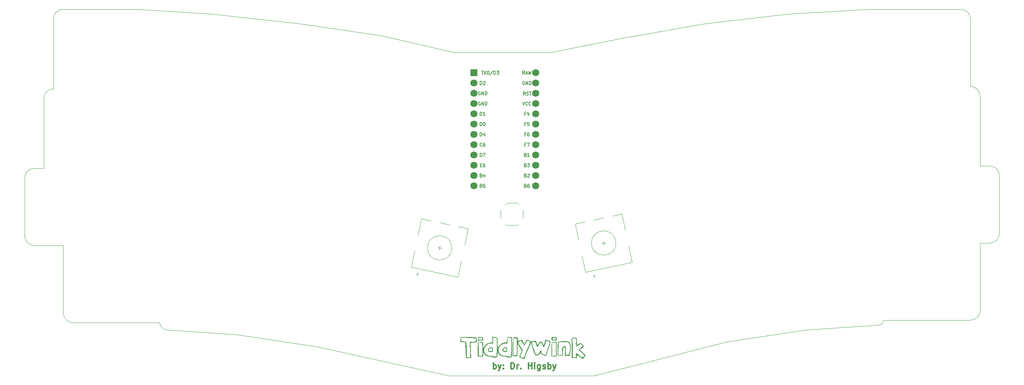
<source format=gbr>
%TF.GenerationSoftware,KiCad,Pcbnew,7.0.6*%
%TF.CreationDate,2023-09-29T23:10:54-04:00*%
%TF.ProjectId,tiddlywink,74696464-6c79-4776-996e-6b2e6b696361,rev?*%
%TF.SameCoordinates,Original*%
%TF.FileFunction,Legend,Top*%
%TF.FilePolarity,Positive*%
%FSLAX46Y46*%
G04 Gerber Fmt 4.6, Leading zero omitted, Abs format (unit mm)*
G04 Created by KiCad (PCBNEW 7.0.6) date 2023-09-29 23:10:54*
%MOMM*%
%LPD*%
G01*
G04 APERTURE LIST*
%ADD10C,0.300000*%
%ADD11C,0.150000*%
%ADD12C,0.120000*%
%ADD13R,1.752600X1.752600*%
%ADD14C,1.752600*%
%TA.AperFunction,Profile*%
%ADD15C,0.100000*%
%TD*%
G04 APERTURE END LIST*
D10*
X132311566Y-106644042D02*
X132311566Y-105144042D01*
X132311566Y-105715471D02*
X132454424Y-105644042D01*
X132454424Y-105644042D02*
X132740138Y-105644042D01*
X132740138Y-105644042D02*
X132882995Y-105715471D01*
X132882995Y-105715471D02*
X132954424Y-105786899D01*
X132954424Y-105786899D02*
X133025852Y-105929756D01*
X133025852Y-105929756D02*
X133025852Y-106358328D01*
X133025852Y-106358328D02*
X132954424Y-106501185D01*
X132954424Y-106501185D02*
X132882995Y-106572614D01*
X132882995Y-106572614D02*
X132740138Y-106644042D01*
X132740138Y-106644042D02*
X132454424Y-106644042D01*
X132454424Y-106644042D02*
X132311566Y-106572614D01*
X133525852Y-105644042D02*
X133882995Y-106644042D01*
X134240138Y-105644042D02*
X133882995Y-106644042D01*
X133882995Y-106644042D02*
X133740138Y-107001185D01*
X133740138Y-107001185D02*
X133668709Y-107072614D01*
X133668709Y-107072614D02*
X133525852Y-107144042D01*
X134811566Y-106501185D02*
X134882995Y-106572614D01*
X134882995Y-106572614D02*
X134811566Y-106644042D01*
X134811566Y-106644042D02*
X134740138Y-106572614D01*
X134740138Y-106572614D02*
X134811566Y-106501185D01*
X134811566Y-106501185D02*
X134811566Y-106644042D01*
X134811566Y-105715471D02*
X134882995Y-105786899D01*
X134882995Y-105786899D02*
X134811566Y-105858328D01*
X134811566Y-105858328D02*
X134740138Y-105786899D01*
X134740138Y-105786899D02*
X134811566Y-105715471D01*
X134811566Y-105715471D02*
X134811566Y-105858328D01*
X136668709Y-106644042D02*
X136668709Y-105144042D01*
X136668709Y-105144042D02*
X137025852Y-105144042D01*
X137025852Y-105144042D02*
X137240138Y-105215471D01*
X137240138Y-105215471D02*
X137382995Y-105358328D01*
X137382995Y-105358328D02*
X137454424Y-105501185D01*
X137454424Y-105501185D02*
X137525852Y-105786899D01*
X137525852Y-105786899D02*
X137525852Y-106001185D01*
X137525852Y-106001185D02*
X137454424Y-106286899D01*
X137454424Y-106286899D02*
X137382995Y-106429756D01*
X137382995Y-106429756D02*
X137240138Y-106572614D01*
X137240138Y-106572614D02*
X137025852Y-106644042D01*
X137025852Y-106644042D02*
X136668709Y-106644042D01*
X138168709Y-106644042D02*
X138168709Y-105644042D01*
X138168709Y-105929756D02*
X138240138Y-105786899D01*
X138240138Y-105786899D02*
X138311567Y-105715471D01*
X138311567Y-105715471D02*
X138454424Y-105644042D01*
X138454424Y-105644042D02*
X138597281Y-105644042D01*
X139097280Y-106501185D02*
X139168709Y-106572614D01*
X139168709Y-106572614D02*
X139097280Y-106644042D01*
X139097280Y-106644042D02*
X139025852Y-106572614D01*
X139025852Y-106572614D02*
X139097280Y-106501185D01*
X139097280Y-106501185D02*
X139097280Y-106644042D01*
X140954423Y-106644042D02*
X140954423Y-105144042D01*
X140954423Y-105858328D02*
X141811566Y-105858328D01*
X141811566Y-106644042D02*
X141811566Y-105144042D01*
X142525852Y-106644042D02*
X142525852Y-105644042D01*
X142525852Y-105144042D02*
X142454424Y-105215471D01*
X142454424Y-105215471D02*
X142525852Y-105286899D01*
X142525852Y-105286899D02*
X142597281Y-105215471D01*
X142597281Y-105215471D02*
X142525852Y-105144042D01*
X142525852Y-105144042D02*
X142525852Y-105286899D01*
X143882996Y-105644042D02*
X143882996Y-106858328D01*
X143882996Y-106858328D02*
X143811567Y-107001185D01*
X143811567Y-107001185D02*
X143740138Y-107072614D01*
X143740138Y-107072614D02*
X143597281Y-107144042D01*
X143597281Y-107144042D02*
X143382996Y-107144042D01*
X143382996Y-107144042D02*
X143240138Y-107072614D01*
X143882996Y-106572614D02*
X143740138Y-106644042D01*
X143740138Y-106644042D02*
X143454424Y-106644042D01*
X143454424Y-106644042D02*
X143311567Y-106572614D01*
X143311567Y-106572614D02*
X143240138Y-106501185D01*
X143240138Y-106501185D02*
X143168710Y-106358328D01*
X143168710Y-106358328D02*
X143168710Y-105929756D01*
X143168710Y-105929756D02*
X143240138Y-105786899D01*
X143240138Y-105786899D02*
X143311567Y-105715471D01*
X143311567Y-105715471D02*
X143454424Y-105644042D01*
X143454424Y-105644042D02*
X143740138Y-105644042D01*
X143740138Y-105644042D02*
X143882996Y-105715471D01*
X144525853Y-106572614D02*
X144668710Y-106644042D01*
X144668710Y-106644042D02*
X144954424Y-106644042D01*
X144954424Y-106644042D02*
X145097281Y-106572614D01*
X145097281Y-106572614D02*
X145168710Y-106429756D01*
X145168710Y-106429756D02*
X145168710Y-106358328D01*
X145168710Y-106358328D02*
X145097281Y-106215471D01*
X145097281Y-106215471D02*
X144954424Y-106144042D01*
X144954424Y-106144042D02*
X144740139Y-106144042D01*
X144740139Y-106144042D02*
X144597281Y-106072614D01*
X144597281Y-106072614D02*
X144525853Y-105929756D01*
X144525853Y-105929756D02*
X144525853Y-105858328D01*
X144525853Y-105858328D02*
X144597281Y-105715471D01*
X144597281Y-105715471D02*
X144740139Y-105644042D01*
X144740139Y-105644042D02*
X144954424Y-105644042D01*
X144954424Y-105644042D02*
X145097281Y-105715471D01*
X145811567Y-106644042D02*
X145811567Y-105144042D01*
X145811567Y-105715471D02*
X145954425Y-105644042D01*
X145954425Y-105644042D02*
X146240139Y-105644042D01*
X146240139Y-105644042D02*
X146382996Y-105715471D01*
X146382996Y-105715471D02*
X146454425Y-105786899D01*
X146454425Y-105786899D02*
X146525853Y-105929756D01*
X146525853Y-105929756D02*
X146525853Y-106358328D01*
X146525853Y-106358328D02*
X146454425Y-106501185D01*
X146454425Y-106501185D02*
X146382996Y-106572614D01*
X146382996Y-106572614D02*
X146240139Y-106644042D01*
X146240139Y-106644042D02*
X145954425Y-106644042D01*
X145954425Y-106644042D02*
X145811567Y-106572614D01*
X147025853Y-105644042D02*
X147382996Y-106644042D01*
X147740139Y-105644042D02*
X147382996Y-106644042D01*
X147382996Y-106644042D02*
X147240139Y-107001185D01*
X147240139Y-107001185D02*
X147168710Y-107072614D01*
X147168710Y-107072614D02*
X147025853Y-107144042D01*
D11*
X129084575Y-46614933D02*
X129084575Y-45814933D01*
X129084575Y-45814933D02*
X129275051Y-45814933D01*
X129275051Y-45814933D02*
X129389337Y-45853028D01*
X129389337Y-45853028D02*
X129465527Y-45929218D01*
X129465527Y-45929218D02*
X129503622Y-46005409D01*
X129503622Y-46005409D02*
X129541718Y-46157790D01*
X129541718Y-46157790D02*
X129541718Y-46272076D01*
X129541718Y-46272076D02*
X129503622Y-46424457D01*
X129503622Y-46424457D02*
X129465527Y-46500647D01*
X129465527Y-46500647D02*
X129389337Y-46576838D01*
X129389337Y-46576838D02*
X129275051Y-46614933D01*
X129275051Y-46614933D02*
X129084575Y-46614933D01*
X130036956Y-45814933D02*
X130113146Y-45814933D01*
X130113146Y-45814933D02*
X130189337Y-45853028D01*
X130189337Y-45853028D02*
X130227432Y-45891123D01*
X130227432Y-45891123D02*
X130265527Y-45967314D01*
X130265527Y-45967314D02*
X130303622Y-46119695D01*
X130303622Y-46119695D02*
X130303622Y-46310171D01*
X130303622Y-46310171D02*
X130265527Y-46462552D01*
X130265527Y-46462552D02*
X130227432Y-46538742D01*
X130227432Y-46538742D02*
X130189337Y-46576838D01*
X130189337Y-46576838D02*
X130113146Y-46614933D01*
X130113146Y-46614933D02*
X130036956Y-46614933D01*
X130036956Y-46614933D02*
X129960765Y-46576838D01*
X129960765Y-46576838D02*
X129922670Y-46538742D01*
X129922670Y-46538742D02*
X129884575Y-46462552D01*
X129884575Y-46462552D02*
X129846479Y-46310171D01*
X129846479Y-46310171D02*
X129846479Y-46119695D01*
X129846479Y-46119695D02*
X129884575Y-45967314D01*
X129884575Y-45967314D02*
X129922670Y-45891123D01*
X129922670Y-45891123D02*
X129960765Y-45853028D01*
X129960765Y-45853028D02*
X130036956Y-45814933D01*
X140273241Y-53815885D02*
X140387527Y-53853980D01*
X140387527Y-53853980D02*
X140425622Y-53892076D01*
X140425622Y-53892076D02*
X140463718Y-53968266D01*
X140463718Y-53968266D02*
X140463718Y-54082552D01*
X140463718Y-54082552D02*
X140425622Y-54158742D01*
X140425622Y-54158742D02*
X140387527Y-54196838D01*
X140387527Y-54196838D02*
X140311337Y-54234933D01*
X140311337Y-54234933D02*
X140006575Y-54234933D01*
X140006575Y-54234933D02*
X140006575Y-53434933D01*
X140006575Y-53434933D02*
X140273241Y-53434933D01*
X140273241Y-53434933D02*
X140349432Y-53473028D01*
X140349432Y-53473028D02*
X140387527Y-53511123D01*
X140387527Y-53511123D02*
X140425622Y-53587314D01*
X140425622Y-53587314D02*
X140425622Y-53663504D01*
X140425622Y-53663504D02*
X140387527Y-53739695D01*
X140387527Y-53739695D02*
X140349432Y-53777790D01*
X140349432Y-53777790D02*
X140273241Y-53815885D01*
X140273241Y-53815885D02*
X140006575Y-53815885D01*
X141225622Y-54234933D02*
X140768479Y-54234933D01*
X140997051Y-54234933D02*
X140997051Y-53434933D01*
X140997051Y-53434933D02*
X140920860Y-53549218D01*
X140920860Y-53549218D02*
X140844670Y-53625409D01*
X140844670Y-53625409D02*
X140768479Y-53663504D01*
X140273241Y-58895885D02*
X140387527Y-58933980D01*
X140387527Y-58933980D02*
X140425622Y-58972076D01*
X140425622Y-58972076D02*
X140463718Y-59048266D01*
X140463718Y-59048266D02*
X140463718Y-59162552D01*
X140463718Y-59162552D02*
X140425622Y-59238742D01*
X140425622Y-59238742D02*
X140387527Y-59276838D01*
X140387527Y-59276838D02*
X140311337Y-59314933D01*
X140311337Y-59314933D02*
X140006575Y-59314933D01*
X140006575Y-59314933D02*
X140006575Y-58514933D01*
X140006575Y-58514933D02*
X140273241Y-58514933D01*
X140273241Y-58514933D02*
X140349432Y-58553028D01*
X140349432Y-58553028D02*
X140387527Y-58591123D01*
X140387527Y-58591123D02*
X140425622Y-58667314D01*
X140425622Y-58667314D02*
X140425622Y-58743504D01*
X140425622Y-58743504D02*
X140387527Y-58819695D01*
X140387527Y-58819695D02*
X140349432Y-58857790D01*
X140349432Y-58857790D02*
X140273241Y-58895885D01*
X140273241Y-58895885D02*
X140006575Y-58895885D01*
X140768479Y-58591123D02*
X140806575Y-58553028D01*
X140806575Y-58553028D02*
X140882765Y-58514933D01*
X140882765Y-58514933D02*
X141073241Y-58514933D01*
X141073241Y-58514933D02*
X141149432Y-58553028D01*
X141149432Y-58553028D02*
X141187527Y-58591123D01*
X141187527Y-58591123D02*
X141225622Y-58667314D01*
X141225622Y-58667314D02*
X141225622Y-58743504D01*
X141225622Y-58743504D02*
X141187527Y-58857790D01*
X141187527Y-58857790D02*
X140730384Y-59314933D01*
X140730384Y-59314933D02*
X141225622Y-59314933D01*
X140330384Y-43655885D02*
X140063718Y-43655885D01*
X140063718Y-44074933D02*
X140063718Y-43274933D01*
X140063718Y-43274933D02*
X140444670Y-43274933D01*
X141092289Y-43541599D02*
X141092289Y-44074933D01*
X140901813Y-43236838D02*
X140711336Y-43808266D01*
X140711336Y-43808266D02*
X141206575Y-43808266D01*
X129084575Y-44074933D02*
X129084575Y-43274933D01*
X129084575Y-43274933D02*
X129275051Y-43274933D01*
X129275051Y-43274933D02*
X129389337Y-43313028D01*
X129389337Y-43313028D02*
X129465527Y-43389218D01*
X129465527Y-43389218D02*
X129503622Y-43465409D01*
X129503622Y-43465409D02*
X129541718Y-43617790D01*
X129541718Y-43617790D02*
X129541718Y-43732076D01*
X129541718Y-43732076D02*
X129503622Y-43884457D01*
X129503622Y-43884457D02*
X129465527Y-43960647D01*
X129465527Y-43960647D02*
X129389337Y-44036838D01*
X129389337Y-44036838D02*
X129275051Y-44074933D01*
X129275051Y-44074933D02*
X129084575Y-44074933D01*
X130303622Y-44074933D02*
X129846479Y-44074933D01*
X130075051Y-44074933D02*
X130075051Y-43274933D01*
X130075051Y-43274933D02*
X129998860Y-43389218D01*
X129998860Y-43389218D02*
X129922670Y-43465409D01*
X129922670Y-43465409D02*
X129846479Y-43503504D01*
X129084575Y-36454933D02*
X129084575Y-35654933D01*
X129084575Y-35654933D02*
X129275051Y-35654933D01*
X129275051Y-35654933D02*
X129389337Y-35693028D01*
X129389337Y-35693028D02*
X129465527Y-35769218D01*
X129465527Y-35769218D02*
X129503622Y-35845409D01*
X129503622Y-35845409D02*
X129541718Y-35997790D01*
X129541718Y-35997790D02*
X129541718Y-36112076D01*
X129541718Y-36112076D02*
X129503622Y-36264457D01*
X129503622Y-36264457D02*
X129465527Y-36340647D01*
X129465527Y-36340647D02*
X129389337Y-36416838D01*
X129389337Y-36416838D02*
X129275051Y-36454933D01*
X129275051Y-36454933D02*
X129084575Y-36454933D01*
X129846479Y-35731123D02*
X129884575Y-35693028D01*
X129884575Y-35693028D02*
X129960765Y-35654933D01*
X129960765Y-35654933D02*
X130151241Y-35654933D01*
X130151241Y-35654933D02*
X130227432Y-35693028D01*
X130227432Y-35693028D02*
X130265527Y-35731123D01*
X130265527Y-35731123D02*
X130303622Y-35807314D01*
X130303622Y-35807314D02*
X130303622Y-35883504D01*
X130303622Y-35883504D02*
X130265527Y-35997790D01*
X130265527Y-35997790D02*
X129808384Y-36454933D01*
X129808384Y-36454933D02*
X130303622Y-36454933D01*
X140044670Y-33914933D02*
X139778003Y-33533980D01*
X139587527Y-33914933D02*
X139587527Y-33114933D01*
X139587527Y-33114933D02*
X139892289Y-33114933D01*
X139892289Y-33114933D02*
X139968479Y-33153028D01*
X139968479Y-33153028D02*
X140006574Y-33191123D01*
X140006574Y-33191123D02*
X140044670Y-33267314D01*
X140044670Y-33267314D02*
X140044670Y-33381599D01*
X140044670Y-33381599D02*
X140006574Y-33457790D01*
X140006574Y-33457790D02*
X139968479Y-33495885D01*
X139968479Y-33495885D02*
X139892289Y-33533980D01*
X139892289Y-33533980D02*
X139587527Y-33533980D01*
X140349431Y-33686361D02*
X140730384Y-33686361D01*
X140273241Y-33914933D02*
X140539908Y-33114933D01*
X140539908Y-33114933D02*
X140806574Y-33914933D01*
X140997050Y-33114933D02*
X141187526Y-33914933D01*
X141187526Y-33914933D02*
X141339907Y-33343504D01*
X141339907Y-33343504D02*
X141492288Y-33914933D01*
X141492288Y-33914933D02*
X141682765Y-33114933D01*
X129351241Y-61435885D02*
X129465527Y-61473980D01*
X129465527Y-61473980D02*
X129503622Y-61512076D01*
X129503622Y-61512076D02*
X129541718Y-61588266D01*
X129541718Y-61588266D02*
X129541718Y-61702552D01*
X129541718Y-61702552D02*
X129503622Y-61778742D01*
X129503622Y-61778742D02*
X129465527Y-61816838D01*
X129465527Y-61816838D02*
X129389337Y-61854933D01*
X129389337Y-61854933D02*
X129084575Y-61854933D01*
X129084575Y-61854933D02*
X129084575Y-61054933D01*
X129084575Y-61054933D02*
X129351241Y-61054933D01*
X129351241Y-61054933D02*
X129427432Y-61093028D01*
X129427432Y-61093028D02*
X129465527Y-61131123D01*
X129465527Y-61131123D02*
X129503622Y-61207314D01*
X129503622Y-61207314D02*
X129503622Y-61283504D01*
X129503622Y-61283504D02*
X129465527Y-61359695D01*
X129465527Y-61359695D02*
X129427432Y-61397790D01*
X129427432Y-61397790D02*
X129351241Y-61435885D01*
X129351241Y-61435885D02*
X129084575Y-61435885D01*
X130265527Y-61054933D02*
X129884575Y-61054933D01*
X129884575Y-61054933D02*
X129846479Y-61435885D01*
X129846479Y-61435885D02*
X129884575Y-61397790D01*
X129884575Y-61397790D02*
X129960765Y-61359695D01*
X129960765Y-61359695D02*
X130151241Y-61359695D01*
X130151241Y-61359695D02*
X130227432Y-61397790D01*
X130227432Y-61397790D02*
X130265527Y-61435885D01*
X130265527Y-61435885D02*
X130303622Y-61512076D01*
X130303622Y-61512076D02*
X130303622Y-61702552D01*
X130303622Y-61702552D02*
X130265527Y-61778742D01*
X130265527Y-61778742D02*
X130227432Y-61816838D01*
X130227432Y-61816838D02*
X130151241Y-61854933D01*
X130151241Y-61854933D02*
X129960765Y-61854933D01*
X129960765Y-61854933D02*
X129884575Y-61816838D01*
X129884575Y-61816838D02*
X129846479Y-61778742D01*
X129084575Y-54234933D02*
X129084575Y-53434933D01*
X129084575Y-53434933D02*
X129275051Y-53434933D01*
X129275051Y-53434933D02*
X129389337Y-53473028D01*
X129389337Y-53473028D02*
X129465527Y-53549218D01*
X129465527Y-53549218D02*
X129503622Y-53625409D01*
X129503622Y-53625409D02*
X129541718Y-53777790D01*
X129541718Y-53777790D02*
X129541718Y-53892076D01*
X129541718Y-53892076D02*
X129503622Y-54044457D01*
X129503622Y-54044457D02*
X129465527Y-54120647D01*
X129465527Y-54120647D02*
X129389337Y-54196838D01*
X129389337Y-54196838D02*
X129275051Y-54234933D01*
X129275051Y-54234933D02*
X129084575Y-54234933D01*
X129808384Y-53434933D02*
X130341718Y-53434933D01*
X130341718Y-53434933D02*
X129998860Y-54234933D01*
X140330384Y-51275885D02*
X140063718Y-51275885D01*
X140063718Y-51694933D02*
X140063718Y-50894933D01*
X140063718Y-50894933D02*
X140444670Y-50894933D01*
X140673241Y-50894933D02*
X141206575Y-50894933D01*
X141206575Y-50894933D02*
X140863717Y-51694933D01*
X140330384Y-46195885D02*
X140063718Y-46195885D01*
X140063718Y-46614933D02*
X140063718Y-45814933D01*
X140063718Y-45814933D02*
X140444670Y-45814933D01*
X141130384Y-45814933D02*
X140749432Y-45814933D01*
X140749432Y-45814933D02*
X140711336Y-46195885D01*
X140711336Y-46195885D02*
X140749432Y-46157790D01*
X140749432Y-46157790D02*
X140825622Y-46119695D01*
X140825622Y-46119695D02*
X141016098Y-46119695D01*
X141016098Y-46119695D02*
X141092289Y-46157790D01*
X141092289Y-46157790D02*
X141130384Y-46195885D01*
X141130384Y-46195885D02*
X141168479Y-46272076D01*
X141168479Y-46272076D02*
X141168479Y-46462552D01*
X141168479Y-46462552D02*
X141130384Y-46538742D01*
X141130384Y-46538742D02*
X141092289Y-46576838D01*
X141092289Y-46576838D02*
X141016098Y-46614933D01*
X141016098Y-46614933D02*
X140825622Y-46614933D01*
X140825622Y-46614933D02*
X140749432Y-46576838D01*
X140749432Y-46576838D02*
X140711336Y-46538742D01*
X140273241Y-61435885D02*
X140387527Y-61473980D01*
X140387527Y-61473980D02*
X140425622Y-61512076D01*
X140425622Y-61512076D02*
X140463718Y-61588266D01*
X140463718Y-61588266D02*
X140463718Y-61702552D01*
X140463718Y-61702552D02*
X140425622Y-61778742D01*
X140425622Y-61778742D02*
X140387527Y-61816838D01*
X140387527Y-61816838D02*
X140311337Y-61854933D01*
X140311337Y-61854933D02*
X140006575Y-61854933D01*
X140006575Y-61854933D02*
X140006575Y-61054933D01*
X140006575Y-61054933D02*
X140273241Y-61054933D01*
X140273241Y-61054933D02*
X140349432Y-61093028D01*
X140349432Y-61093028D02*
X140387527Y-61131123D01*
X140387527Y-61131123D02*
X140425622Y-61207314D01*
X140425622Y-61207314D02*
X140425622Y-61283504D01*
X140425622Y-61283504D02*
X140387527Y-61359695D01*
X140387527Y-61359695D02*
X140349432Y-61397790D01*
X140349432Y-61397790D02*
X140273241Y-61435885D01*
X140273241Y-61435885D02*
X140006575Y-61435885D01*
X141149432Y-61054933D02*
X140997051Y-61054933D01*
X140997051Y-61054933D02*
X140920860Y-61093028D01*
X140920860Y-61093028D02*
X140882765Y-61131123D01*
X140882765Y-61131123D02*
X140806575Y-61245409D01*
X140806575Y-61245409D02*
X140768479Y-61397790D01*
X140768479Y-61397790D02*
X140768479Y-61702552D01*
X140768479Y-61702552D02*
X140806575Y-61778742D01*
X140806575Y-61778742D02*
X140844670Y-61816838D01*
X140844670Y-61816838D02*
X140920860Y-61854933D01*
X140920860Y-61854933D02*
X141073241Y-61854933D01*
X141073241Y-61854933D02*
X141149432Y-61816838D01*
X141149432Y-61816838D02*
X141187527Y-61778742D01*
X141187527Y-61778742D02*
X141225622Y-61702552D01*
X141225622Y-61702552D02*
X141225622Y-61512076D01*
X141225622Y-61512076D02*
X141187527Y-61435885D01*
X141187527Y-61435885D02*
X141149432Y-61397790D01*
X141149432Y-61397790D02*
X141073241Y-61359695D01*
X141073241Y-61359695D02*
X140920860Y-61359695D01*
X140920860Y-61359695D02*
X140844670Y-61397790D01*
X140844670Y-61397790D02*
X140806575Y-61435885D01*
X140806575Y-61435885D02*
X140768479Y-61512076D01*
X129351241Y-58895885D02*
X129465527Y-58933980D01*
X129465527Y-58933980D02*
X129503622Y-58972076D01*
X129503622Y-58972076D02*
X129541718Y-59048266D01*
X129541718Y-59048266D02*
X129541718Y-59162552D01*
X129541718Y-59162552D02*
X129503622Y-59238742D01*
X129503622Y-59238742D02*
X129465527Y-59276838D01*
X129465527Y-59276838D02*
X129389337Y-59314933D01*
X129389337Y-59314933D02*
X129084575Y-59314933D01*
X129084575Y-59314933D02*
X129084575Y-58514933D01*
X129084575Y-58514933D02*
X129351241Y-58514933D01*
X129351241Y-58514933D02*
X129427432Y-58553028D01*
X129427432Y-58553028D02*
X129465527Y-58591123D01*
X129465527Y-58591123D02*
X129503622Y-58667314D01*
X129503622Y-58667314D02*
X129503622Y-58743504D01*
X129503622Y-58743504D02*
X129465527Y-58819695D01*
X129465527Y-58819695D02*
X129427432Y-58857790D01*
X129427432Y-58857790D02*
X129351241Y-58895885D01*
X129351241Y-58895885D02*
X129084575Y-58895885D01*
X130227432Y-58781599D02*
X130227432Y-59314933D01*
X130036956Y-58476838D02*
X129846479Y-59048266D01*
X129846479Y-59048266D02*
X130341718Y-59048266D01*
X139987527Y-35693028D02*
X139911337Y-35654933D01*
X139911337Y-35654933D02*
X139797051Y-35654933D01*
X139797051Y-35654933D02*
X139682765Y-35693028D01*
X139682765Y-35693028D02*
X139606575Y-35769218D01*
X139606575Y-35769218D02*
X139568480Y-35845409D01*
X139568480Y-35845409D02*
X139530384Y-35997790D01*
X139530384Y-35997790D02*
X139530384Y-36112076D01*
X139530384Y-36112076D02*
X139568480Y-36264457D01*
X139568480Y-36264457D02*
X139606575Y-36340647D01*
X139606575Y-36340647D02*
X139682765Y-36416838D01*
X139682765Y-36416838D02*
X139797051Y-36454933D01*
X139797051Y-36454933D02*
X139873242Y-36454933D01*
X139873242Y-36454933D02*
X139987527Y-36416838D01*
X139987527Y-36416838D02*
X140025623Y-36378742D01*
X140025623Y-36378742D02*
X140025623Y-36112076D01*
X140025623Y-36112076D02*
X139873242Y-36112076D01*
X140368480Y-36454933D02*
X140368480Y-35654933D01*
X140368480Y-35654933D02*
X140825623Y-36454933D01*
X140825623Y-36454933D02*
X140825623Y-35654933D01*
X141206575Y-36454933D02*
X141206575Y-35654933D01*
X141206575Y-35654933D02*
X141397051Y-35654933D01*
X141397051Y-35654933D02*
X141511337Y-35693028D01*
X141511337Y-35693028D02*
X141587527Y-35769218D01*
X141587527Y-35769218D02*
X141625622Y-35845409D01*
X141625622Y-35845409D02*
X141663718Y-35997790D01*
X141663718Y-35997790D02*
X141663718Y-36112076D01*
X141663718Y-36112076D02*
X141625622Y-36264457D01*
X141625622Y-36264457D02*
X141587527Y-36340647D01*
X141587527Y-36340647D02*
X141511337Y-36416838D01*
X141511337Y-36416838D02*
X141397051Y-36454933D01*
X141397051Y-36454933D02*
X141206575Y-36454933D01*
X140273241Y-56355885D02*
X140387527Y-56393980D01*
X140387527Y-56393980D02*
X140425622Y-56432076D01*
X140425622Y-56432076D02*
X140463718Y-56508266D01*
X140463718Y-56508266D02*
X140463718Y-56622552D01*
X140463718Y-56622552D02*
X140425622Y-56698742D01*
X140425622Y-56698742D02*
X140387527Y-56736838D01*
X140387527Y-56736838D02*
X140311337Y-56774933D01*
X140311337Y-56774933D02*
X140006575Y-56774933D01*
X140006575Y-56774933D02*
X140006575Y-55974933D01*
X140006575Y-55974933D02*
X140273241Y-55974933D01*
X140273241Y-55974933D02*
X140349432Y-56013028D01*
X140349432Y-56013028D02*
X140387527Y-56051123D01*
X140387527Y-56051123D02*
X140425622Y-56127314D01*
X140425622Y-56127314D02*
X140425622Y-56203504D01*
X140425622Y-56203504D02*
X140387527Y-56279695D01*
X140387527Y-56279695D02*
X140349432Y-56317790D01*
X140349432Y-56317790D02*
X140273241Y-56355885D01*
X140273241Y-56355885D02*
X140006575Y-56355885D01*
X140730384Y-55974933D02*
X141225622Y-55974933D01*
X141225622Y-55974933D02*
X140958956Y-56279695D01*
X140958956Y-56279695D02*
X141073241Y-56279695D01*
X141073241Y-56279695D02*
X141149432Y-56317790D01*
X141149432Y-56317790D02*
X141187527Y-56355885D01*
X141187527Y-56355885D02*
X141225622Y-56432076D01*
X141225622Y-56432076D02*
X141225622Y-56622552D01*
X141225622Y-56622552D02*
X141187527Y-56698742D01*
X141187527Y-56698742D02*
X141149432Y-56736838D01*
X141149432Y-56736838D02*
X141073241Y-56774933D01*
X141073241Y-56774933D02*
X140844670Y-56774933D01*
X140844670Y-56774933D02*
X140768479Y-56736838D01*
X140768479Y-56736838D02*
X140730384Y-56698742D01*
X129065527Y-40773028D02*
X128989337Y-40734933D01*
X128989337Y-40734933D02*
X128875051Y-40734933D01*
X128875051Y-40734933D02*
X128760765Y-40773028D01*
X128760765Y-40773028D02*
X128684575Y-40849218D01*
X128684575Y-40849218D02*
X128646480Y-40925409D01*
X128646480Y-40925409D02*
X128608384Y-41077790D01*
X128608384Y-41077790D02*
X128608384Y-41192076D01*
X128608384Y-41192076D02*
X128646480Y-41344457D01*
X128646480Y-41344457D02*
X128684575Y-41420647D01*
X128684575Y-41420647D02*
X128760765Y-41496838D01*
X128760765Y-41496838D02*
X128875051Y-41534933D01*
X128875051Y-41534933D02*
X128951242Y-41534933D01*
X128951242Y-41534933D02*
X129065527Y-41496838D01*
X129065527Y-41496838D02*
X129103623Y-41458742D01*
X129103623Y-41458742D02*
X129103623Y-41192076D01*
X129103623Y-41192076D02*
X128951242Y-41192076D01*
X129446480Y-41534933D02*
X129446480Y-40734933D01*
X129446480Y-40734933D02*
X129903623Y-41534933D01*
X129903623Y-41534933D02*
X129903623Y-40734933D01*
X130284575Y-41534933D02*
X130284575Y-40734933D01*
X130284575Y-40734933D02*
X130475051Y-40734933D01*
X130475051Y-40734933D02*
X130589337Y-40773028D01*
X130589337Y-40773028D02*
X130665527Y-40849218D01*
X130665527Y-40849218D02*
X130703622Y-40925409D01*
X130703622Y-40925409D02*
X130741718Y-41077790D01*
X130741718Y-41077790D02*
X130741718Y-41192076D01*
X130741718Y-41192076D02*
X130703622Y-41344457D01*
X130703622Y-41344457D02*
X130665527Y-41420647D01*
X130665527Y-41420647D02*
X130589337Y-41496838D01*
X130589337Y-41496838D02*
X130475051Y-41534933D01*
X130475051Y-41534933D02*
X130284575Y-41534933D01*
X129065527Y-38233028D02*
X128989337Y-38194933D01*
X128989337Y-38194933D02*
X128875051Y-38194933D01*
X128875051Y-38194933D02*
X128760765Y-38233028D01*
X128760765Y-38233028D02*
X128684575Y-38309218D01*
X128684575Y-38309218D02*
X128646480Y-38385409D01*
X128646480Y-38385409D02*
X128608384Y-38537790D01*
X128608384Y-38537790D02*
X128608384Y-38652076D01*
X128608384Y-38652076D02*
X128646480Y-38804457D01*
X128646480Y-38804457D02*
X128684575Y-38880647D01*
X128684575Y-38880647D02*
X128760765Y-38956838D01*
X128760765Y-38956838D02*
X128875051Y-38994933D01*
X128875051Y-38994933D02*
X128951242Y-38994933D01*
X128951242Y-38994933D02*
X129065527Y-38956838D01*
X129065527Y-38956838D02*
X129103623Y-38918742D01*
X129103623Y-38918742D02*
X129103623Y-38652076D01*
X129103623Y-38652076D02*
X128951242Y-38652076D01*
X129446480Y-38994933D02*
X129446480Y-38194933D01*
X129446480Y-38194933D02*
X129903623Y-38994933D01*
X129903623Y-38994933D02*
X129903623Y-38194933D01*
X130284575Y-38994933D02*
X130284575Y-38194933D01*
X130284575Y-38194933D02*
X130475051Y-38194933D01*
X130475051Y-38194933D02*
X130589337Y-38233028D01*
X130589337Y-38233028D02*
X130665527Y-38309218D01*
X130665527Y-38309218D02*
X130703622Y-38385409D01*
X130703622Y-38385409D02*
X130741718Y-38537790D01*
X130741718Y-38537790D02*
X130741718Y-38652076D01*
X130741718Y-38652076D02*
X130703622Y-38804457D01*
X130703622Y-38804457D02*
X130665527Y-38880647D01*
X130665527Y-38880647D02*
X130589337Y-38956838D01*
X130589337Y-38956838D02*
X130475051Y-38994933D01*
X130475051Y-38994933D02*
X130284575Y-38994933D01*
X140330384Y-48735885D02*
X140063718Y-48735885D01*
X140063718Y-49154933D02*
X140063718Y-48354933D01*
X140063718Y-48354933D02*
X140444670Y-48354933D01*
X141092289Y-48354933D02*
X140939908Y-48354933D01*
X140939908Y-48354933D02*
X140863717Y-48393028D01*
X140863717Y-48393028D02*
X140825622Y-48431123D01*
X140825622Y-48431123D02*
X140749432Y-48545409D01*
X140749432Y-48545409D02*
X140711336Y-48697790D01*
X140711336Y-48697790D02*
X140711336Y-49002552D01*
X140711336Y-49002552D02*
X140749432Y-49078742D01*
X140749432Y-49078742D02*
X140787527Y-49116838D01*
X140787527Y-49116838D02*
X140863717Y-49154933D01*
X140863717Y-49154933D02*
X141016098Y-49154933D01*
X141016098Y-49154933D02*
X141092289Y-49116838D01*
X141092289Y-49116838D02*
X141130384Y-49078742D01*
X141130384Y-49078742D02*
X141168479Y-49002552D01*
X141168479Y-49002552D02*
X141168479Y-48812076D01*
X141168479Y-48812076D02*
X141130384Y-48735885D01*
X141130384Y-48735885D02*
X141092289Y-48697790D01*
X141092289Y-48697790D02*
X141016098Y-48659695D01*
X141016098Y-48659695D02*
X140863717Y-48659695D01*
X140863717Y-48659695D02*
X140787527Y-48697790D01*
X140787527Y-48697790D02*
X140749432Y-48735885D01*
X140749432Y-48735885D02*
X140711336Y-48812076D01*
X129541718Y-51618742D02*
X129503622Y-51656838D01*
X129503622Y-51656838D02*
X129389337Y-51694933D01*
X129389337Y-51694933D02*
X129313146Y-51694933D01*
X129313146Y-51694933D02*
X129198860Y-51656838D01*
X129198860Y-51656838D02*
X129122670Y-51580647D01*
X129122670Y-51580647D02*
X129084575Y-51504457D01*
X129084575Y-51504457D02*
X129046479Y-51352076D01*
X129046479Y-51352076D02*
X129046479Y-51237790D01*
X129046479Y-51237790D02*
X129084575Y-51085409D01*
X129084575Y-51085409D02*
X129122670Y-51009218D01*
X129122670Y-51009218D02*
X129198860Y-50933028D01*
X129198860Y-50933028D02*
X129313146Y-50894933D01*
X129313146Y-50894933D02*
X129389337Y-50894933D01*
X129389337Y-50894933D02*
X129503622Y-50933028D01*
X129503622Y-50933028D02*
X129541718Y-50971123D01*
X130227432Y-50894933D02*
X130075051Y-50894933D01*
X130075051Y-50894933D02*
X129998860Y-50933028D01*
X129998860Y-50933028D02*
X129960765Y-50971123D01*
X129960765Y-50971123D02*
X129884575Y-51085409D01*
X129884575Y-51085409D02*
X129846479Y-51237790D01*
X129846479Y-51237790D02*
X129846479Y-51542552D01*
X129846479Y-51542552D02*
X129884575Y-51618742D01*
X129884575Y-51618742D02*
X129922670Y-51656838D01*
X129922670Y-51656838D02*
X129998860Y-51694933D01*
X129998860Y-51694933D02*
X130151241Y-51694933D01*
X130151241Y-51694933D02*
X130227432Y-51656838D01*
X130227432Y-51656838D02*
X130265527Y-51618742D01*
X130265527Y-51618742D02*
X130303622Y-51542552D01*
X130303622Y-51542552D02*
X130303622Y-51352076D01*
X130303622Y-51352076D02*
X130265527Y-51275885D01*
X130265527Y-51275885D02*
X130227432Y-51237790D01*
X130227432Y-51237790D02*
X130151241Y-51199695D01*
X130151241Y-51199695D02*
X129998860Y-51199695D01*
X129998860Y-51199695D02*
X129922670Y-51237790D01*
X129922670Y-51237790D02*
X129884575Y-51275885D01*
X129884575Y-51275885D02*
X129846479Y-51352076D01*
X140197956Y-39084933D02*
X139931289Y-38703980D01*
X139740813Y-39084933D02*
X139740813Y-38284933D01*
X139740813Y-38284933D02*
X140045575Y-38284933D01*
X140045575Y-38284933D02*
X140121765Y-38323028D01*
X140121765Y-38323028D02*
X140159860Y-38361123D01*
X140159860Y-38361123D02*
X140197956Y-38437314D01*
X140197956Y-38437314D02*
X140197956Y-38551599D01*
X140197956Y-38551599D02*
X140159860Y-38627790D01*
X140159860Y-38627790D02*
X140121765Y-38665885D01*
X140121765Y-38665885D02*
X140045575Y-38703980D01*
X140045575Y-38703980D02*
X139740813Y-38703980D01*
X140502717Y-39046838D02*
X140617003Y-39084933D01*
X140617003Y-39084933D02*
X140807479Y-39084933D01*
X140807479Y-39084933D02*
X140883670Y-39046838D01*
X140883670Y-39046838D02*
X140921765Y-39008742D01*
X140921765Y-39008742D02*
X140959860Y-38932552D01*
X140959860Y-38932552D02*
X140959860Y-38856361D01*
X140959860Y-38856361D02*
X140921765Y-38780171D01*
X140921765Y-38780171D02*
X140883670Y-38742076D01*
X140883670Y-38742076D02*
X140807479Y-38703980D01*
X140807479Y-38703980D02*
X140655098Y-38665885D01*
X140655098Y-38665885D02*
X140578908Y-38627790D01*
X140578908Y-38627790D02*
X140540813Y-38589695D01*
X140540813Y-38589695D02*
X140502717Y-38513504D01*
X140502717Y-38513504D02*
X140502717Y-38437314D01*
X140502717Y-38437314D02*
X140540813Y-38361123D01*
X140540813Y-38361123D02*
X140578908Y-38323028D01*
X140578908Y-38323028D02*
X140655098Y-38284933D01*
X140655098Y-38284933D02*
X140845575Y-38284933D01*
X140845575Y-38284933D02*
X140959860Y-38323028D01*
X141188432Y-38284933D02*
X141645575Y-38284933D01*
X141417003Y-39084933D02*
X141417003Y-38284933D01*
X129373702Y-33114933D02*
X129830845Y-33114933D01*
X129602273Y-33914933D02*
X129602273Y-33114933D01*
X130021321Y-33114933D02*
X130554655Y-33914933D01*
X130554655Y-33114933D02*
X130021321Y-33914933D01*
X131011798Y-33114933D02*
X131087988Y-33114933D01*
X131087988Y-33114933D02*
X131164179Y-33153028D01*
X131164179Y-33153028D02*
X131202274Y-33191123D01*
X131202274Y-33191123D02*
X131240369Y-33267314D01*
X131240369Y-33267314D02*
X131278464Y-33419695D01*
X131278464Y-33419695D02*
X131278464Y-33610171D01*
X131278464Y-33610171D02*
X131240369Y-33762552D01*
X131240369Y-33762552D02*
X131202274Y-33838742D01*
X131202274Y-33838742D02*
X131164179Y-33876838D01*
X131164179Y-33876838D02*
X131087988Y-33914933D01*
X131087988Y-33914933D02*
X131011798Y-33914933D01*
X131011798Y-33914933D02*
X130935607Y-33876838D01*
X130935607Y-33876838D02*
X130897512Y-33838742D01*
X130897512Y-33838742D02*
X130859417Y-33762552D01*
X130859417Y-33762552D02*
X130821321Y-33610171D01*
X130821321Y-33610171D02*
X130821321Y-33419695D01*
X130821321Y-33419695D02*
X130859417Y-33267314D01*
X130859417Y-33267314D02*
X130897512Y-33191123D01*
X130897512Y-33191123D02*
X130935607Y-33153028D01*
X130935607Y-33153028D02*
X131011798Y-33114933D01*
X132192750Y-33076838D02*
X131507036Y-34105409D01*
X132459417Y-33914933D02*
X132459417Y-33114933D01*
X132459417Y-33114933D02*
X132649893Y-33114933D01*
X132649893Y-33114933D02*
X132764179Y-33153028D01*
X132764179Y-33153028D02*
X132840369Y-33229218D01*
X132840369Y-33229218D02*
X132878464Y-33305409D01*
X132878464Y-33305409D02*
X132916560Y-33457790D01*
X132916560Y-33457790D02*
X132916560Y-33572076D01*
X132916560Y-33572076D02*
X132878464Y-33724457D01*
X132878464Y-33724457D02*
X132840369Y-33800647D01*
X132840369Y-33800647D02*
X132764179Y-33876838D01*
X132764179Y-33876838D02*
X132649893Y-33914933D01*
X132649893Y-33914933D02*
X132459417Y-33914933D01*
X133183226Y-33114933D02*
X133678464Y-33114933D01*
X133678464Y-33114933D02*
X133411798Y-33419695D01*
X133411798Y-33419695D02*
X133526083Y-33419695D01*
X133526083Y-33419695D02*
X133602274Y-33457790D01*
X133602274Y-33457790D02*
X133640369Y-33495885D01*
X133640369Y-33495885D02*
X133678464Y-33572076D01*
X133678464Y-33572076D02*
X133678464Y-33762552D01*
X133678464Y-33762552D02*
X133640369Y-33838742D01*
X133640369Y-33838742D02*
X133602274Y-33876838D01*
X133602274Y-33876838D02*
X133526083Y-33914933D01*
X133526083Y-33914933D02*
X133297512Y-33914933D01*
X133297512Y-33914933D02*
X133221321Y-33876838D01*
X133221321Y-33876838D02*
X133183226Y-33838742D01*
X129084575Y-49154933D02*
X129084575Y-48354933D01*
X129084575Y-48354933D02*
X129275051Y-48354933D01*
X129275051Y-48354933D02*
X129389337Y-48393028D01*
X129389337Y-48393028D02*
X129465527Y-48469218D01*
X129465527Y-48469218D02*
X129503622Y-48545409D01*
X129503622Y-48545409D02*
X129541718Y-48697790D01*
X129541718Y-48697790D02*
X129541718Y-48812076D01*
X129541718Y-48812076D02*
X129503622Y-48964457D01*
X129503622Y-48964457D02*
X129465527Y-49040647D01*
X129465527Y-49040647D02*
X129389337Y-49116838D01*
X129389337Y-49116838D02*
X129275051Y-49154933D01*
X129275051Y-49154933D02*
X129084575Y-49154933D01*
X130227432Y-48621599D02*
X130227432Y-49154933D01*
X130036956Y-48316838D02*
X129846479Y-48888266D01*
X129846479Y-48888266D02*
X130341718Y-48888266D01*
X129122670Y-56355885D02*
X129389336Y-56355885D01*
X129503622Y-56774933D02*
X129122670Y-56774933D01*
X129122670Y-56774933D02*
X129122670Y-55974933D01*
X129122670Y-55974933D02*
X129503622Y-55974933D01*
X130189337Y-55974933D02*
X130036956Y-55974933D01*
X130036956Y-55974933D02*
X129960765Y-56013028D01*
X129960765Y-56013028D02*
X129922670Y-56051123D01*
X129922670Y-56051123D02*
X129846480Y-56165409D01*
X129846480Y-56165409D02*
X129808384Y-56317790D01*
X129808384Y-56317790D02*
X129808384Y-56622552D01*
X129808384Y-56622552D02*
X129846480Y-56698742D01*
X129846480Y-56698742D02*
X129884575Y-56736838D01*
X129884575Y-56736838D02*
X129960765Y-56774933D01*
X129960765Y-56774933D02*
X130113146Y-56774933D01*
X130113146Y-56774933D02*
X130189337Y-56736838D01*
X130189337Y-56736838D02*
X130227432Y-56698742D01*
X130227432Y-56698742D02*
X130265527Y-56622552D01*
X130265527Y-56622552D02*
X130265527Y-56432076D01*
X130265527Y-56432076D02*
X130227432Y-56355885D01*
X130227432Y-56355885D02*
X130189337Y-56317790D01*
X130189337Y-56317790D02*
X130113146Y-56279695D01*
X130113146Y-56279695D02*
X129960765Y-56279695D01*
X129960765Y-56279695D02*
X129884575Y-56317790D01*
X129884575Y-56317790D02*
X129846480Y-56355885D01*
X129846480Y-56355885D02*
X129808384Y-56432076D01*
X139530384Y-40734933D02*
X139797051Y-41534933D01*
X139797051Y-41534933D02*
X140063717Y-40734933D01*
X140787527Y-41458742D02*
X140749431Y-41496838D01*
X140749431Y-41496838D02*
X140635146Y-41534933D01*
X140635146Y-41534933D02*
X140558955Y-41534933D01*
X140558955Y-41534933D02*
X140444669Y-41496838D01*
X140444669Y-41496838D02*
X140368479Y-41420647D01*
X140368479Y-41420647D02*
X140330384Y-41344457D01*
X140330384Y-41344457D02*
X140292288Y-41192076D01*
X140292288Y-41192076D02*
X140292288Y-41077790D01*
X140292288Y-41077790D02*
X140330384Y-40925409D01*
X140330384Y-40925409D02*
X140368479Y-40849218D01*
X140368479Y-40849218D02*
X140444669Y-40773028D01*
X140444669Y-40773028D02*
X140558955Y-40734933D01*
X140558955Y-40734933D02*
X140635146Y-40734933D01*
X140635146Y-40734933D02*
X140749431Y-40773028D01*
X140749431Y-40773028D02*
X140787527Y-40811123D01*
X141587527Y-41458742D02*
X141549431Y-41496838D01*
X141549431Y-41496838D02*
X141435146Y-41534933D01*
X141435146Y-41534933D02*
X141358955Y-41534933D01*
X141358955Y-41534933D02*
X141244669Y-41496838D01*
X141244669Y-41496838D02*
X141168479Y-41420647D01*
X141168479Y-41420647D02*
X141130384Y-41344457D01*
X141130384Y-41344457D02*
X141092288Y-41192076D01*
X141092288Y-41192076D02*
X141092288Y-41077790D01*
X141092288Y-41077790D02*
X141130384Y-40925409D01*
X141130384Y-40925409D02*
X141168479Y-40849218D01*
X141168479Y-40849218D02*
X141244669Y-40773028D01*
X141244669Y-40773028D02*
X141358955Y-40734933D01*
X141358955Y-40734933D02*
X141435146Y-40734933D01*
X141435146Y-40734933D02*
X141549431Y-40773028D01*
X141549431Y-40773028D02*
X141587527Y-40811123D01*
D12*
%TO.C,RST1*%
X134171990Y-67460995D02*
X134171990Y-69460995D01*
X135221990Y-66160995D02*
X135671990Y-65710995D01*
X135221990Y-70760995D02*
X135671990Y-71210995D01*
X135671990Y-65710995D02*
X138171990Y-65710995D01*
X135671990Y-71210995D02*
X138171990Y-71210995D01*
X138621990Y-66160995D02*
X138171990Y-65710995D01*
X138621990Y-70760995D02*
X138171990Y-71210995D01*
X139671990Y-67460995D02*
X139671990Y-69460995D01*
%TO.C, *%
G36*
X147946908Y-101830214D02*
G01*
X147969726Y-103671714D01*
X147311908Y-103671806D01*
X146654091Y-103671898D01*
X146656423Y-103511230D01*
X146865757Y-103511230D01*
X147310257Y-103485638D01*
X147754757Y-103460047D01*
X147800747Y-100200381D01*
X146865757Y-100200381D01*
X146865757Y-103511230D01*
X146656423Y-103511230D01*
X146680170Y-101874782D01*
X146688612Y-101342694D01*
X146697460Y-100871813D01*
X146706133Y-100487004D01*
X146714051Y-100213126D01*
X146720631Y-100075042D01*
X146722503Y-100063401D01*
X146808435Y-100052382D01*
X147019168Y-100036838D01*
X147310349Y-100020008D01*
X147331424Y-100018925D01*
X147924091Y-99988714D01*
X147946908Y-101830214D01*
G37*
G36*
X129170424Y-98832904D02*
G01*
X129453166Y-98849776D01*
X129656440Y-98865136D01*
X129734238Y-98875237D01*
X129747785Y-98959046D01*
X129766472Y-99156153D01*
X129775165Y-99269047D01*
X129802611Y-99650047D01*
X129185628Y-99675015D01*
X128568644Y-99699983D01*
X128593371Y-99269047D01*
X128747091Y-99269047D01*
X128756339Y-99419409D01*
X128813206Y-99494389D01*
X128961371Y-99520195D01*
X129170424Y-99523047D01*
X129421027Y-99517498D01*
X129545993Y-99483378D01*
X129589004Y-99394479D01*
X129593757Y-99269047D01*
X129584508Y-99118685D01*
X129527641Y-99043705D01*
X129379476Y-99017899D01*
X129170424Y-99015047D01*
X128919821Y-99020596D01*
X128794854Y-99054717D01*
X128751844Y-99143616D01*
X128747091Y-99269047D01*
X128593371Y-99269047D01*
X128594367Y-99251682D01*
X128620091Y-98803381D01*
X129170424Y-98832904D01*
G37*
G36*
X147100794Y-98810677D02*
G01*
X147394924Y-98825801D01*
X147966424Y-98865440D01*
X147966424Y-99692381D01*
X147387868Y-99692381D01*
X147089123Y-99684668D01*
X146861115Y-99664443D01*
X146753011Y-99636077D01*
X146752868Y-99635936D01*
X146715292Y-99519308D01*
X146698714Y-99311298D01*
X146699413Y-99269047D01*
X146950424Y-99269047D01*
X146961468Y-99425236D01*
X147025238Y-99499212D01*
X147187688Y-99521611D01*
X147331424Y-99523047D01*
X147565707Y-99515684D01*
X147676671Y-99473171D01*
X147710270Y-99364871D01*
X147712424Y-99269047D01*
X147701379Y-99112859D01*
X147637609Y-99038883D01*
X147475160Y-99016483D01*
X147331424Y-99015047D01*
X147097141Y-99022410D01*
X146986177Y-99064923D01*
X146952578Y-99173223D01*
X146950424Y-99269047D01*
X146699413Y-99269047D01*
X146702545Y-99079899D01*
X146726196Y-98893104D01*
X146759924Y-98820934D01*
X146871025Y-98808828D01*
X147100794Y-98810677D01*
G37*
G36*
X135557245Y-101383618D02*
G01*
X135683782Y-101449070D01*
X135748703Y-101554039D01*
X135772043Y-101748531D01*
X135774424Y-101925669D01*
X135767927Y-102193138D01*
X135732025Y-102342342D01*
X135642103Y-102424281D01*
X135507790Y-102478098D01*
X135258669Y-102552417D01*
X135081523Y-102556019D01*
X134893558Y-102486901D01*
X134843091Y-102462019D01*
X134662285Y-102287210D01*
X134592146Y-102034933D01*
X134594929Y-102017191D01*
X134768619Y-102017191D01*
X134792822Y-102199899D01*
X134886920Y-102284021D01*
X135099944Y-102305913D01*
X135202149Y-102300787D01*
X135429085Y-102275057D01*
X135537653Y-102212067D01*
X135578665Y-102067383D01*
X135588705Y-101962751D01*
X135584131Y-101732472D01*
X135504073Y-101600181D01*
X135429965Y-101551947D01*
X135215758Y-101519001D01*
X135007936Y-101612199D01*
X134845792Y-101791583D01*
X134768619Y-102017191D01*
X134594929Y-102017191D01*
X134635544Y-101758307D01*
X134791869Y-101513905D01*
X135030308Y-101343014D01*
X135292110Y-101311872D01*
X135557245Y-101383618D01*
G37*
G36*
X131934493Y-101373636D02*
G01*
X131956495Y-101382430D01*
X132110971Y-101460060D01*
X132188642Y-101562338D01*
X132215651Y-101743849D01*
X132218424Y-101929310D01*
X132211210Y-102189387D01*
X132170966Y-102333801D01*
X132069790Y-102416146D01*
X131937246Y-102469372D01*
X131703530Y-102544676D01*
X131541551Y-102556521D01*
X131366833Y-102506799D01*
X131307569Y-102483488D01*
X131125660Y-102348328D01*
X131021353Y-102198096D01*
X130973625Y-102021792D01*
X130976142Y-102011958D01*
X131205414Y-102011958D01*
X131232969Y-102189858D01*
X131346639Y-102278461D01*
X131558579Y-102316957D01*
X131803228Y-102298064D01*
X131915166Y-102265655D01*
X132020959Y-102146574D01*
X132053682Y-101945578D01*
X132016331Y-101732039D01*
X131911900Y-101575330D01*
X131884596Y-101557637D01*
X131657255Y-101516964D01*
X131441809Y-101604807D01*
X131277962Y-101782645D01*
X131205414Y-102011958D01*
X130976142Y-102011958D01*
X131020073Y-101840285D01*
X131090014Y-101709255D01*
X131323536Y-101437898D01*
X131608862Y-101324579D01*
X131934493Y-101373636D01*
G37*
G36*
X124603479Y-98789212D02*
G01*
X124955795Y-98794098D01*
X125404304Y-98802804D01*
X125924647Y-98814952D01*
X126191866Y-98821871D01*
X126826293Y-98838379D01*
X127311906Y-98854864D01*
X127669047Y-98879088D01*
X127918057Y-98918816D01*
X128079276Y-98981813D01*
X128173047Y-99075841D01*
X128219709Y-99208665D01*
X128239603Y-99388049D01*
X128252213Y-99608284D01*
X128281424Y-100073381D01*
X126693772Y-100229771D01*
X126746706Y-101421576D01*
X126767959Y-101927754D01*
X126787491Y-102443014D01*
X126803231Y-102909436D01*
X126813107Y-103269100D01*
X126813565Y-103290714D01*
X126827489Y-103968047D01*
X126192016Y-103992534D01*
X125556542Y-104017021D01*
X125501098Y-102680201D01*
X125481280Y-102162116D01*
X125464553Y-101648236D01*
X125452313Y-101187401D01*
X125445956Y-100828451D01*
X125445373Y-100729547D01*
X125445091Y-100115714D01*
X125000591Y-100114558D01*
X124702432Y-100103637D01*
X124445044Y-100077175D01*
X124354617Y-100059480D01*
X124250507Y-100022423D01*
X124195042Y-99954957D01*
X124179241Y-99817115D01*
X124194124Y-99568932D01*
X124208548Y-99409427D01*
X124238568Y-99113054D01*
X124263344Y-98910869D01*
X124429091Y-98910869D01*
X124429091Y-99832904D01*
X125656757Y-99988714D01*
X125707861Y-101893714D01*
X125723094Y-102443036D01*
X125737620Y-102932609D01*
X125750639Y-103338113D01*
X125761352Y-103635232D01*
X125768958Y-103799645D01*
X125771361Y-103824519D01*
X125854871Y-103834701D01*
X126053273Y-103831552D01*
X126185924Y-103824519D01*
X126588091Y-103798714D01*
X126587907Y-102994381D01*
X126584228Y-102575646D01*
X126574397Y-102058625D01*
X126559989Y-101514185D01*
X126545574Y-101089381D01*
X126503424Y-99988714D01*
X127286591Y-99964370D01*
X128069757Y-99940026D01*
X128068461Y-99625703D01*
X128051808Y-99392919D01*
X128012606Y-99230598D01*
X128004961Y-99216590D01*
X127894916Y-99174442D01*
X127631506Y-99134627D01*
X127230699Y-99098900D01*
X126708461Y-99069014D01*
X126630424Y-99065561D01*
X126134901Y-99042347D01*
X125661362Y-99016610D01*
X125253104Y-98990950D01*
X124953426Y-98967966D01*
X124873591Y-98960097D01*
X124429091Y-98910869D01*
X124263344Y-98910869D01*
X124265534Y-98892999D01*
X124283945Y-98793754D01*
X124284846Y-98792403D01*
X124371710Y-98788521D01*
X124603479Y-98789212D01*
G37*
G36*
X150705916Y-99902651D02*
G01*
X151039513Y-100110533D01*
X151295080Y-100460399D01*
X151390027Y-100767825D01*
X151429562Y-101204180D01*
X151415374Y-101738978D01*
X151349150Y-102341732D01*
X151232579Y-102981957D01*
X151132526Y-103396547D01*
X151041231Y-103449229D01*
X150835871Y-103485339D01*
X150571047Y-103503324D01*
X150301360Y-103501630D01*
X150081411Y-103478706D01*
X149965801Y-103432997D01*
X149963559Y-103429798D01*
X149952324Y-103312954D01*
X149969150Y-103084467D01*
X150000405Y-102858298D01*
X150060691Y-102388509D01*
X150084738Y-101961279D01*
X150073522Y-101607550D01*
X150028018Y-101358262D01*
X149949525Y-101244479D01*
X149790883Y-101228125D01*
X149670874Y-101326077D01*
X149584203Y-101551955D01*
X149525577Y-101919380D01*
X149490424Y-102425521D01*
X149448091Y-103375381D01*
X148863817Y-103400707D01*
X148559711Y-103402713D01*
X148321870Y-103383709D01*
X148201321Y-103347801D01*
X148200858Y-103347348D01*
X148182720Y-103257230D01*
X148389757Y-103257230D01*
X148834257Y-103231638D01*
X149278757Y-103206047D01*
X149250072Y-102684181D01*
X149252029Y-102211200D01*
X149304877Y-101773855D01*
X149400249Y-101410288D01*
X149529778Y-101158640D01*
X149599787Y-101090078D01*
X149855419Y-100973842D01*
X150060262Y-101011525D01*
X150172382Y-101140356D01*
X150221157Y-101325283D01*
X150250605Y-101631033D01*
X150259909Y-102010113D01*
X150248252Y-102415026D01*
X150214818Y-102798277D01*
X150202452Y-102888547D01*
X150148530Y-103248381D01*
X150535164Y-103248381D01*
X150774681Y-103239725D01*
X150901711Y-103188478D01*
X150973037Y-103056719D01*
X151010582Y-102930881D01*
X151142046Y-102367257D01*
X151225835Y-101808632D01*
X151254522Y-101313792D01*
X151243658Y-101085556D01*
X151145094Y-100624005D01*
X150953685Y-100302333D01*
X150660551Y-100113367D01*
X150256815Y-100049937D01*
X149981618Y-100066284D01*
X149629638Y-100095101D01*
X149226575Y-100111076D01*
X149015957Y-100112243D01*
X148499157Y-100106034D01*
X148445193Y-100555374D01*
X148424401Y-100814970D01*
X148407201Y-101193920D01*
X148395328Y-101642250D01*
X148390516Y-102109992D01*
X148390493Y-102130972D01*
X148389757Y-103257230D01*
X148182720Y-103257230D01*
X148179625Y-103241855D01*
X148168053Y-102999852D01*
X148165106Y-102653827D01*
X148169745Y-102236264D01*
X148180931Y-101779651D01*
X148197628Y-101316473D01*
X148218797Y-100879215D01*
X148243401Y-100500365D01*
X148270400Y-100212408D01*
X148298758Y-100047830D01*
X148306912Y-100028100D01*
X148416894Y-99977778D01*
X148661327Y-99929871D01*
X149005330Y-99887849D01*
X149414025Y-99855186D01*
X149852530Y-99835355D01*
X150279210Y-99831736D01*
X150705916Y-99902651D01*
G37*
G36*
X152715009Y-98973286D02*
G01*
X152855440Y-99077373D01*
X152929270Y-99277265D01*
X152957623Y-99599244D01*
X152961757Y-99957674D01*
X152961757Y-100809676D01*
X153236924Y-100627459D01*
X153542169Y-100430860D01*
X153751050Y-100329540D01*
X153907984Y-100324683D01*
X154057389Y-100417471D01*
X154243681Y-100609087D01*
X154285657Y-100655378D01*
X154475606Y-100879869D01*
X154607563Y-101063958D01*
X154651263Y-101161072D01*
X154582308Y-101251445D01*
X154404717Y-101396430D01*
X154156185Y-101565423D01*
X154143263Y-101573522D01*
X153893629Y-101738142D01*
X153713343Y-101873715D01*
X153639400Y-101952279D01*
X153639153Y-101954522D01*
X153701219Y-102031383D01*
X153869296Y-102188552D01*
X154116282Y-102401677D01*
X154358819Y-102601220D01*
X154650086Y-102840974D01*
X154884784Y-103043276D01*
X155035876Y-103184228D01*
X155078424Y-103237350D01*
X155030724Y-103356735D01*
X154910067Y-103550806D01*
X154750116Y-103774511D01*
X154584535Y-103982802D01*
X154446989Y-104130628D01*
X154377674Y-104175114D01*
X154267490Y-104124163D01*
X154061840Y-103992023D01*
X153797650Y-103803085D01*
X153681424Y-103715204D01*
X153409426Y-103510823D01*
X153187447Y-103352525D01*
X153049802Y-103264421D01*
X153025257Y-103254137D01*
X152987579Y-103326239D01*
X152964819Y-103515484D01*
X152961757Y-103632942D01*
X152961757Y-104017503D01*
X152324824Y-103992775D01*
X151687890Y-103968047D01*
X151684459Y-101470381D01*
X151681171Y-99077117D01*
X151858372Y-99077117D01*
X151880898Y-101437915D01*
X151903424Y-103798714D01*
X152305591Y-103824519D01*
X152707757Y-103850325D01*
X152707757Y-103337686D01*
X152729614Y-103006638D01*
X152796177Y-102837724D01*
X152908930Y-102829351D01*
X153056521Y-102964213D01*
X153177671Y-103076277D01*
X153397346Y-103250858D01*
X153673994Y-103455332D01*
X153757073Y-103514247D01*
X154063366Y-103721868D01*
X154270738Y-103827887D01*
X154415781Y-103832241D01*
X154535087Y-103734868D01*
X154665246Y-103535705D01*
X154678809Y-103512674D01*
X154829527Y-103255948D01*
X154108257Y-102680664D01*
X153814321Y-102434428D01*
X153577952Y-102213976D01*
X153426870Y-102046606D01*
X153386038Y-101969481D01*
X153450856Y-101857361D01*
X153622599Y-101688260D01*
X153865698Y-101496678D01*
X153894911Y-101475963D01*
X154404731Y-101118345D01*
X154143521Y-100788541D01*
X153882312Y-100458737D01*
X153603163Y-100647059D01*
X153354576Y-100816698D01*
X153122467Y-100978003D01*
X153104276Y-100990845D01*
X152937290Y-101089528D01*
X152822062Y-101098019D01*
X152751369Y-100999443D01*
X152717990Y-100776923D01*
X152714701Y-100413585D01*
X152724849Y-100104287D01*
X152738772Y-99695270D01*
X152738311Y-99426945D01*
X152720539Y-99271058D01*
X152682527Y-99199354D01*
X152629421Y-99183449D01*
X152460096Y-99169469D01*
X152217740Y-99136350D01*
X152177231Y-99129817D01*
X151858372Y-99077117D01*
X151681171Y-99077117D01*
X151681028Y-98972714D01*
X152149854Y-98947388D01*
X152486854Y-98938719D01*
X152715009Y-98973286D01*
G37*
G36*
X132705216Y-98778425D02*
G01*
X132935482Y-98790026D01*
X133106802Y-98816423D01*
X133228165Y-98879851D01*
X133308561Y-99002545D01*
X133356980Y-99206740D01*
X133382412Y-99514672D01*
X133393847Y-99948576D01*
X133399922Y-100496714D01*
X133412966Y-101766714D01*
X133556528Y-101406048D01*
X133764932Y-101028279D01*
X134059806Y-100676926D01*
X134390779Y-100406614D01*
X134562116Y-100315507D01*
X134818126Y-100245354D01*
X135137454Y-100204570D01*
X135260280Y-100200381D01*
X135682909Y-100200381D01*
X135732091Y-98803381D01*
X136256187Y-98778305D01*
X136551926Y-98771105D01*
X136726020Y-98793036D01*
X136825276Y-98855978D01*
X136878189Y-98936171D01*
X136909665Y-99057029D01*
X136931898Y-99291995D01*
X136945154Y-99652498D01*
X136949700Y-100149964D01*
X136945803Y-100795821D01*
X136936548Y-101440902D01*
X136925069Y-102049798D01*
X136912554Y-102600984D01*
X136899674Y-103072476D01*
X136887101Y-103442291D01*
X136875505Y-103688444D01*
X136865555Y-103788952D01*
X136864879Y-103790020D01*
X136770375Y-103811984D01*
X136555842Y-103842148D01*
X136300501Y-103870555D01*
X136002408Y-103893675D01*
X135829781Y-103883692D01*
X135740836Y-103833980D01*
X135707835Y-103776572D01*
X135638266Y-103692914D01*
X135490268Y-103645803D01*
X135225438Y-103625586D01*
X135097091Y-103623067D01*
X134516403Y-103555252D01*
X134053951Y-103367130D01*
X133710939Y-103059674D01*
X133488570Y-102633859D01*
X133403494Y-102251823D01*
X133396438Y-102203735D01*
X133607048Y-102203735D01*
X133713578Y-102623899D01*
X133956393Y-102982435D01*
X134319179Y-103254485D01*
X134742317Y-103406470D01*
X135072530Y-103452963D01*
X135398259Y-103461260D01*
X135525484Y-103449418D01*
X135743787Y-103426870D01*
X135840745Y-103459982D01*
X135859091Y-103533893D01*
X135896393Y-103619816D01*
X136032532Y-103661671D01*
X136270944Y-103671714D01*
X136682798Y-103671714D01*
X136744021Y-101658764D01*
X136758991Y-101072709D01*
X136767598Y-100526471D01*
X136769817Y-100048378D01*
X136765623Y-99666754D01*
X136754992Y-99409927D01*
X136746078Y-99330430D01*
X136702470Y-99141611D01*
X136630865Y-99048885D01*
X136480371Y-99018078D01*
X136276425Y-99015047D01*
X135865939Y-99015047D01*
X135841348Y-99712013D01*
X135816757Y-100408978D01*
X135302613Y-100410513D01*
X134774231Y-100488181D01*
X134325433Y-100711508D01*
X133967904Y-101071023D01*
X133713333Y-101557260D01*
X133653119Y-101746802D01*
X133607048Y-102203735D01*
X133396438Y-102203735D01*
X133377854Y-102077089D01*
X133359327Y-102023768D01*
X133346400Y-102103257D01*
X133337560Y-102326953D01*
X133331292Y-102706256D01*
X133330192Y-102803881D01*
X133319091Y-103841047D01*
X133033341Y-103841047D01*
X132739281Y-103857973D01*
X132484311Y-103893703D01*
X132279623Y-103907901D01*
X132179082Y-103833131D01*
X132168336Y-103809036D01*
X132073820Y-103716496D01*
X131861889Y-103675782D01*
X131716733Y-103671714D01*
X131151492Y-103613530D01*
X130658586Y-103448033D01*
X130263885Y-103188804D01*
X129993262Y-102849426D01*
X129942645Y-102740381D01*
X129887374Y-102614806D01*
X129862499Y-102626036D01*
X129853998Y-102788991D01*
X129853124Y-102835630D01*
X129833620Y-103131773D01*
X129794841Y-103407130D01*
X129741924Y-103671714D01*
X129096341Y-103671808D01*
X128450757Y-103671903D01*
X128453259Y-103502381D01*
X128747091Y-103502381D01*
X129569198Y-103502381D01*
X129620819Y-102888547D01*
X129637281Y-102547753D01*
X129640060Y-102273012D01*
X130044358Y-102273012D01*
X130054976Y-102359232D01*
X130190921Y-102728515D01*
X130460455Y-103042287D01*
X130832050Y-103282597D01*
X131274177Y-103431491D01*
X131755311Y-103471017D01*
X131969484Y-103449418D01*
X132187787Y-103426870D01*
X132284745Y-103459982D01*
X132303091Y-103533893D01*
X132340560Y-103619993D01*
X132477200Y-103661820D01*
X132712952Y-103671714D01*
X133122813Y-103671714D01*
X133178967Y-101738744D01*
X133192982Y-101157601D01*
X133200857Y-100610202D01*
X133202566Y-100127157D01*
X133198083Y-99739075D01*
X133187383Y-99476566D01*
X133180931Y-99410411D01*
X133126741Y-99015047D01*
X132309939Y-99015047D01*
X132260757Y-100412047D01*
X131889557Y-100388066D01*
X131380098Y-100432622D01*
X130920789Y-100617918D01*
X130534596Y-100919279D01*
X130244483Y-101312032D01*
X130073415Y-101771501D01*
X130044358Y-102273012D01*
X129640060Y-102273012D01*
X129641795Y-102101508D01*
X129634392Y-101613269D01*
X129620033Y-101237547D01*
X129567625Y-100200381D01*
X128747091Y-100200381D01*
X128747091Y-103502381D01*
X128453259Y-103502381D01*
X128476687Y-101914975D01*
X128487168Y-101385872D01*
X128501580Y-100915175D01*
X128518709Y-100528836D01*
X128537345Y-100252807D01*
X128556274Y-100113042D01*
X128561354Y-100101961D01*
X128670978Y-100068421D01*
X128897786Y-100037086D01*
X129152307Y-100017294D01*
X129473971Y-100011601D01*
X129665255Y-100041268D01*
X129762519Y-100112135D01*
X129764844Y-100115714D01*
X129802227Y-100255803D01*
X129830690Y-100516066D01*
X129845434Y-100847396D01*
X129846461Y-100950882D01*
X129847757Y-101659050D01*
X130084262Y-101206328D01*
X130405485Y-100738578D01*
X130807558Y-100418006D01*
X131299766Y-100238322D01*
X131569406Y-100200381D01*
X132091424Y-100158047D01*
X132140728Y-98753469D01*
X132705216Y-98778425D01*
G37*
G36*
X137980402Y-98914193D02*
G01*
X138014196Y-98919340D01*
X138348969Y-98974320D01*
X138324925Y-99427330D01*
X138323352Y-99670620D01*
X138344626Y-99820578D01*
X138371152Y-99846187D01*
X138573451Y-99750925D01*
X138817383Y-99640099D01*
X139052208Y-99536205D01*
X139227188Y-99461738D01*
X139290966Y-99438380D01*
X139344001Y-99506627D01*
X139456005Y-99687214D01*
X139604700Y-99943914D01*
X139635195Y-99998181D01*
X139948253Y-100557981D01*
X140220790Y-100077129D01*
X140406892Y-99755041D01*
X140546161Y-99562931D01*
X140677353Y-99484665D01*
X140839219Y-99504108D01*
X141070514Y-99605126D01*
X141200335Y-99669312D01*
X141480159Y-99803928D01*
X141671135Y-99871243D01*
X141835893Y-99879637D01*
X142037066Y-99837490D01*
X142173051Y-99799465D01*
X142442998Y-99735292D01*
X142654974Y-99707433D01*
X142734157Y-99713870D01*
X142811113Y-99811842D01*
X142907346Y-100027689D01*
X143002070Y-100314760D01*
X143002393Y-100315900D01*
X143090122Y-100587091D01*
X143171285Y-100771943D01*
X143229071Y-100832600D01*
X143231362Y-100831504D01*
X143308042Y-100737935D01*
X143431351Y-100542672D01*
X143531015Y-100367106D01*
X143673879Y-100137118D01*
X143802701Y-99984302D01*
X143868035Y-99946380D01*
X144179228Y-100023481D01*
X144423716Y-100255444D01*
X144547610Y-100490126D01*
X144648023Y-100713020D01*
X144727905Y-100853030D01*
X144754466Y-100877396D01*
X144798011Y-100802197D01*
X144872583Y-100601547D01*
X144964566Y-100313338D01*
X144998439Y-100198492D01*
X145094729Y-99883051D01*
X145179676Y-99636446D01*
X145238970Y-99499196D01*
X145250522Y-99484773D01*
X145352896Y-99492994D01*
X145567998Y-99547598D01*
X145849526Y-99636807D01*
X145853216Y-99638073D01*
X146145607Y-99745026D01*
X146313209Y-99833288D01*
X146393564Y-99932359D01*
X146424214Y-100071736D01*
X146425895Y-100088047D01*
X146405335Y-100279943D01*
X146324719Y-100605258D01*
X146190406Y-101041646D01*
X146008756Y-101566762D01*
X145991647Y-101613920D01*
X145828700Y-102068146D01*
X145683207Y-102486083D01*
X145566935Y-102832993D01*
X145491649Y-103074135D01*
X145472495Y-103146693D01*
X145411907Y-103345371D01*
X145346354Y-103457033D01*
X145343606Y-103458905D01*
X145232819Y-103457462D01*
X145010184Y-103411970D01*
X144730372Y-103334184D01*
X144437338Y-103237290D01*
X144265230Y-103151689D01*
X144171549Y-103044325D01*
X144113799Y-102882144D01*
X144104699Y-102847523D01*
X144022469Y-102528714D01*
X143839732Y-102876774D01*
X143683734Y-103117136D01*
X143510027Y-103239610D01*
X143377543Y-103275645D01*
X143119102Y-103328983D01*
X142908691Y-103381672D01*
X142823507Y-103390144D01*
X142742446Y-103351445D01*
X142656993Y-103248190D01*
X142558631Y-103062996D01*
X142438843Y-102778476D01*
X142289113Y-102377246D01*
X142100924Y-101841922D01*
X141975338Y-101476426D01*
X141586567Y-100339471D01*
X141297652Y-100968426D01*
X141050542Y-101520163D01*
X140809340Y-102083752D01*
X140587404Y-102625809D01*
X140398090Y-103112952D01*
X140254756Y-103511799D01*
X140173538Y-103777748D01*
X140101013Y-104021266D01*
X140021845Y-104139633D01*
X139901864Y-104174778D01*
X139849539Y-104175302D01*
X139644380Y-104142492D01*
X139361724Y-104063288D01*
X139182257Y-104000052D01*
X138939388Y-103889944D01*
X138777936Y-103784627D01*
X138737757Y-103726726D01*
X138769037Y-103606867D01*
X138852673Y-103373357D01*
X138973363Y-103067774D01*
X139034091Y-102921606D01*
X139165902Y-102600275D01*
X139267569Y-102335691D01*
X139323907Y-102168151D01*
X139330424Y-102135249D01*
X139286279Y-102034200D01*
X139166757Y-101825395D01*
X138991225Y-101541425D01*
X138822424Y-101280416D01*
X138314424Y-100509308D01*
X138314424Y-101996786D01*
X138312587Y-102541125D01*
X138305735Y-102939279D01*
X138291855Y-103214371D01*
X138268935Y-103389523D01*
X138234962Y-103487857D01*
X138187925Y-103532495D01*
X138180499Y-103535655D01*
X137996364Y-103572523D01*
X137737745Y-103586488D01*
X137462616Y-103579452D01*
X137228955Y-103553315D01*
X137094737Y-103509980D01*
X137085122Y-103499735D01*
X137072914Y-103394737D01*
X137066216Y-103143722D01*
X137064957Y-102769915D01*
X137069069Y-102296540D01*
X137078480Y-101746824D01*
X137092115Y-101180535D01*
X137149197Y-99090436D01*
X137298424Y-99090436D01*
X137298424Y-103342325D01*
X137696181Y-103316519D01*
X138093939Y-103290714D01*
X138098348Y-101216381D01*
X138100458Y-100223602D01*
X138452648Y-100223602D01*
X138502504Y-100342276D01*
X138630041Y-100567972D01*
X138815400Y-100869297D01*
X139038722Y-101214854D01*
X139280146Y-101573249D01*
X139519815Y-101913087D01*
X139531794Y-101929576D01*
X139537347Y-102062437D01*
X139468538Y-102327686D01*
X139330088Y-102707979D01*
X139298961Y-102785285D01*
X139166161Y-103120563D01*
X139062246Y-103401083D01*
X139001540Y-103587209D01*
X138991757Y-103635341D01*
X139066299Y-103722388D01*
X139253028Y-103812717D01*
X139496600Y-103884974D01*
X139721977Y-103917070D01*
X139813990Y-103898986D01*
X139897305Y-103816357D01*
X139988252Y-103641294D01*
X140103161Y-103345905D01*
X140175138Y-103143136D01*
X140317759Y-102758823D01*
X140507846Y-102280237D01*
X140721293Y-101766565D01*
X140933992Y-101276996D01*
X140947752Y-101246226D01*
X141125901Y-100843138D01*
X141275983Y-100493020D01*
X141381705Y-100235114D01*
X141785757Y-100235114D01*
X141814938Y-100406666D01*
X141894594Y-100686418D01*
X142012892Y-101043880D01*
X142157999Y-101448564D01*
X142318085Y-101869980D01*
X142481316Y-102277640D01*
X142635861Y-102641053D01*
X142769888Y-102929731D01*
X142871564Y-103113184D01*
X142922277Y-103163714D01*
X143261321Y-103096964D01*
X143530477Y-102888965D01*
X143744733Y-102528091D01*
X143746213Y-102524681D01*
X143866333Y-102279066D01*
X143974451Y-102112015D01*
X144033880Y-102064492D01*
X144101096Y-102138717D01*
X144184068Y-102332582D01*
X144248059Y-102543173D01*
X144331480Y-102822940D01*
X144420703Y-102985955D01*
X144551402Y-103082140D01*
X144666937Y-103129398D01*
X144965149Y-103220769D01*
X145148648Y-103225653D01*
X145251828Y-103137816D01*
X145295238Y-103015547D01*
X145344096Y-102853125D01*
X145439225Y-102567904D01*
X145568255Y-102195937D01*
X145718817Y-101773280D01*
X145768952Y-101634786D01*
X145966573Y-101087787D01*
X146108679Y-100677864D01*
X146198221Y-100383167D01*
X146238144Y-100181851D01*
X146231399Y-100052069D01*
X146180933Y-99971974D01*
X146089695Y-99919719D01*
X146004621Y-99888512D01*
X145716662Y-99789393D01*
X145527114Y-99745220D01*
X145403796Y-99777607D01*
X145314528Y-99908166D01*
X145227127Y-100158507D01*
X145132506Y-100474208D01*
X145023906Y-100819538D01*
X144926283Y-101104013D01*
X144853652Y-101288016D01*
X144828796Y-101332768D01*
X144763170Y-101298183D01*
X144647621Y-101140997D01*
X144503778Y-100892082D01*
X144458072Y-100803601D01*
X144256386Y-100442697D01*
X144096473Y-100243554D01*
X144007193Y-100200971D01*
X143879430Y-100276751D01*
X143708029Y-100489275D01*
X143563757Y-100721973D01*
X143406131Y-100979777D01*
X143270898Y-101167257D01*
X143185860Y-101246131D01*
X143182757Y-101246585D01*
X143119151Y-101173861D01*
X143024911Y-100976864D01*
X142917516Y-100693673D01*
X142886424Y-100600915D01*
X142770419Y-100267936D01*
X142677315Y-100068634D01*
X142588849Y-99972433D01*
X142496891Y-99948712D01*
X142266551Y-99976533D01*
X142032545Y-100049878D01*
X141852984Y-100145342D01*
X141785757Y-100235114D01*
X141381705Y-100235114D01*
X141385533Y-100225775D01*
X141442088Y-100071300D01*
X141447091Y-100048331D01*
X141377801Y-99979713D01*
X141209610Y-99880738D01*
X141002035Y-99780863D01*
X140814590Y-99709543D01*
X140727899Y-99692381D01*
X140672705Y-99761312D01*
X140558464Y-99945267D01*
X140406054Y-100209983D01*
X140340960Y-100327380D01*
X140180499Y-100614070D01*
X140051782Y-100833442D01*
X139975122Y-100951308D01*
X139963702Y-100962381D01*
X139912778Y-100893629D01*
X139801551Y-100710124D01*
X139650401Y-100445985D01*
X139584424Y-100327380D01*
X139419734Y-100040520D01*
X139281882Y-99821440D01*
X139192924Y-99704381D01*
X139176327Y-99693773D01*
X139021301Y-99743803D01*
X138819006Y-99862454D01*
X138622580Y-100010824D01*
X138485160Y-100150008D01*
X138452648Y-100223602D01*
X138100458Y-100223602D01*
X138102757Y-99142047D01*
X137700591Y-99116242D01*
X137298424Y-99090436D01*
X137149197Y-99090436D01*
X137153069Y-98948645D01*
X137416247Y-98906502D01*
X137681128Y-98892544D01*
X137980402Y-98914193D01*
G37*
%TO.C,KNOB2*%
X113430484Y-83572490D02*
X113555231Y-82985602D01*
X113786301Y-83341420D02*
X113430484Y-83572490D01*
X113555231Y-82985602D02*
X113786301Y-83341420D01*
X112023268Y-81535398D02*
X123565410Y-83988756D01*
X112875706Y-77524993D02*
X112023268Y-81535398D01*
X124417847Y-79978351D02*
X123565410Y-83988756D01*
X118958644Y-77284451D02*
X119166556Y-76306303D01*
X118573526Y-76691421D02*
X119551674Y-76899333D01*
X113707353Y-73612403D02*
X114559790Y-69601998D01*
X114559790Y-69601998D02*
X116907345Y-70100986D01*
X119059269Y-70558391D02*
X121602453Y-71098962D01*
X123754378Y-71556368D02*
X126101932Y-72055356D01*
X126101932Y-72055356D02*
X125249494Y-76065761D01*
X122062600Y-76795377D02*
G75*
G03*
X122062600Y-76795377I-3000000J0D01*
G01*
%TO.C,KNOB1*%
X157155190Y-84086740D02*
X157030443Y-83499852D01*
X157386261Y-83730922D02*
X157155190Y-84086740D01*
X157030443Y-83499852D02*
X157386261Y-83730922D01*
X155041074Y-82798130D02*
X166583216Y-80344772D01*
X154188637Y-78787725D02*
X155041074Y-82798130D01*
X165730778Y-76334367D02*
X166583216Y-80344772D01*
X159647840Y-76093825D02*
X159439928Y-75115677D01*
X159054810Y-75708707D02*
X160032958Y-75500795D01*
X153356990Y-74875135D02*
X152504552Y-70864730D01*
X152504552Y-70864730D02*
X154852106Y-70365742D01*
X157004031Y-69908336D02*
X159547215Y-69367765D01*
X161699139Y-68910360D02*
X164046694Y-68411372D01*
X164046694Y-68411372D02*
X164899131Y-72421777D01*
X162543884Y-75604751D02*
G75*
G03*
X162543884Y-75604751I-3000000J0D01*
G01*
%TD*%
D13*
%TO.C,PM1*%
X127516051Y-33552638D03*
D14*
X127516051Y-36092638D03*
X127516051Y-38632638D03*
X127516051Y-41172638D03*
X127516051Y-43712638D03*
X127516051Y-46252638D03*
X127516051Y-48792638D03*
X127516051Y-51332638D03*
X127516051Y-53872638D03*
X127516051Y-56412638D03*
X127516051Y-58952638D03*
X127516051Y-61492638D03*
X142756051Y-61492638D03*
X142756051Y-58952638D03*
X142756051Y-56412638D03*
X142756051Y-53872638D03*
X142756051Y-51332638D03*
X142756051Y-48792638D03*
X142756051Y-46252638D03*
X142756051Y-43712638D03*
X142756051Y-41172638D03*
X142756051Y-38632638D03*
X142756051Y-36092638D03*
X142756051Y-33552638D03*
%TD*%
D15*
X252412793Y-39290658D02*
G75*
G03*
X250031460Y-36909407I-2381293J-42D01*
G01*
X69056308Y-98226645D02*
X88701637Y-101203210D01*
X225028314Y-17859390D02*
X204787672Y-19050016D01*
X204787672Y-19050016D02*
X184547030Y-21431268D01*
X257175215Y-58935987D02*
X257175215Y-73223499D01*
X257175264Y-58935987D02*
G75*
G03*
X254793964Y-56554736I-2381264J-13D01*
G01*
X250031460Y-94654711D02*
G75*
G03*
X252412711Y-92273515I40J2381211D01*
G01*
X252412711Y-39290658D02*
X252412712Y-55959422D01*
X23812521Y-20240642D02*
X23812520Y-36909406D01*
X19050016Y-76200064D02*
X26193772Y-76200064D01*
X63103178Y-19050016D02*
X84534446Y-21431268D01*
X252412712Y-55959422D02*
X252412712Y-56554735D01*
X28575024Y-95250080D02*
X50006292Y-95250080D01*
X16668736Y-73818812D02*
G75*
G03*
X19050016Y-76200064I2381264J12D01*
G01*
X21431268Y-57150048D02*
X19050016Y-57150049D01*
X26193772Y-76200064D02*
X26193772Y-92868828D01*
X250031460Y-94654766D02*
X228600192Y-94654767D01*
X26193772Y-17859391D02*
G75*
G03*
X23812521Y-20240642I-2J-2381249D01*
G01*
X209550176Y-97036019D02*
X189904847Y-100012584D01*
X88701637Y-101203210D02*
X121443852Y-108346966D01*
X254793964Y-75604715D02*
G75*
G03*
X257175215Y-73223499I36J2381215D01*
G01*
X227409566Y-95845392D02*
G75*
G03*
X228600192Y-94654767I34J1190592D01*
G01*
X146446998Y-28575024D02*
X164306388Y-25003146D01*
X26193772Y-17859391D02*
X44053162Y-17859390D01*
X227409566Y-95845393D02*
X209550176Y-97036019D01*
X50006281Y-95250080D02*
G75*
G03*
X51792231Y-97036019I1785919J-20D01*
G01*
X252412712Y-56554735D02*
X254793964Y-56554736D01*
X16668765Y-59531300D02*
X16668764Y-73818812D01*
X121443852Y-108346966D02*
X157162632Y-108346966D01*
X104775088Y-24407833D02*
X122634478Y-28575024D01*
X184547030Y-21431268D02*
X164306388Y-25003146D01*
X23812520Y-37504719D02*
G75*
G03*
X21431269Y-39885971I0J-2381251D01*
G01*
X247650208Y-17859391D02*
X225028314Y-17859390D01*
X84534446Y-21431268D02*
X104775088Y-24407833D01*
X122634478Y-28575024D02*
X146446998Y-28575024D01*
X26193720Y-92868828D02*
G75*
G03*
X28575024Y-95250080I2381280J28D01*
G01*
X250031459Y-20240642D02*
X250031460Y-36909406D01*
X252412712Y-75604751D02*
X252412711Y-92273515D01*
X254793964Y-75604750D02*
X252412712Y-75604751D01*
X51792231Y-97036019D02*
X69056308Y-98226645D01*
X21431269Y-39885971D02*
X21431268Y-57150048D01*
X19050016Y-57150065D02*
G75*
G03*
X16668765Y-59531300I-16J-2381235D01*
G01*
X157162632Y-108346966D02*
X189904847Y-100012584D01*
X44053162Y-17859390D02*
X63103178Y-19050016D01*
X250031409Y-20240642D02*
G75*
G03*
X247650208Y-17859391I-2381209J42D01*
G01*
X23812520Y-36909406D02*
X23812520Y-37504719D01*
M02*

</source>
